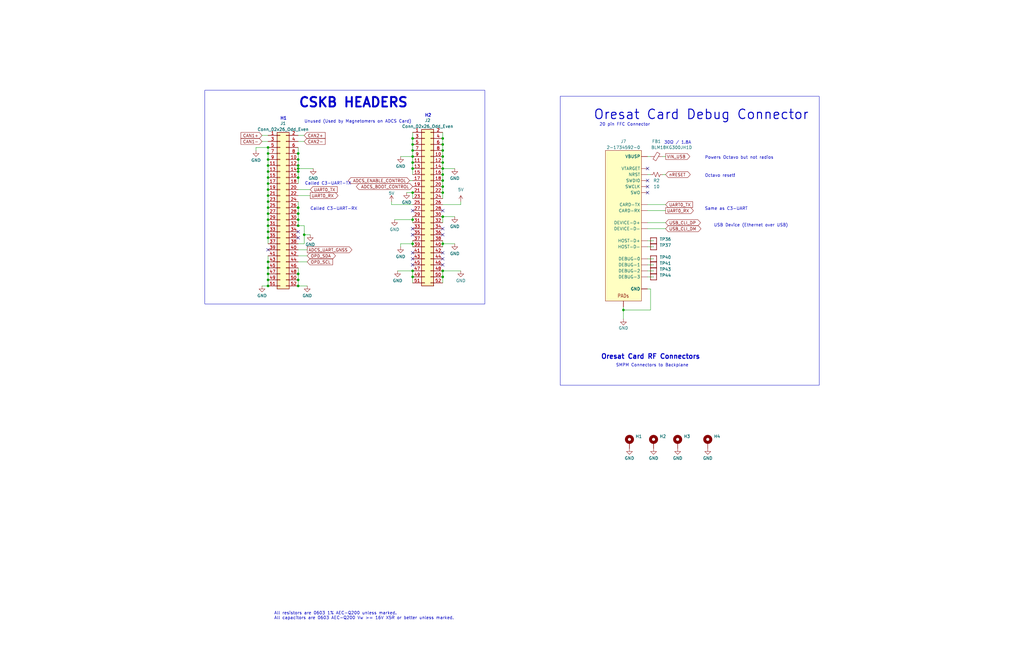
<source format=kicad_sch>
(kicad_sch (version 20231120) (generator "eeschema") (generator_version "8.0")
  (paper "USLedger")
  (title_block (title "OreSat C3: Connectors") (date "2023-05-29") (rev "6.1"))
  (lib_symbols
    (symbol "Connector_Generic:Conn_02x26_Odd_Even" (pin_names (offset 1.016) hide)
      (property "Reference" "J" (at 1.27 33.02 0))
      (property "Value" "Conn_02x26_Odd_Even" (at 1.27 -35.56 0))
      (symbol "Conn_02x26_Odd_Even_1_1"
        (rectangle (start -1.27 -32.893) (end 0 -33.147) (stroke (width 0.1524)))
        (rectangle (start -1.27 -30.353) (end 0 -30.607) (stroke (width 0.1524)))
        (rectangle (start -1.27 -27.813) (end 0 -28.067) (stroke (width 0.1524)))
        (rectangle (start -1.27 -25.273) (end 0 -25.527) (stroke (width 0.1524)))
        (rectangle (start -1.27 -22.733) (end 0 -22.987) (stroke (width 0.1524)))
        (rectangle (start -1.27 -20.193) (end 0 -20.447) (stroke (width 0.1524)))
        (rectangle (start -1.27 -17.653) (end 0 -17.907) (stroke (width 0.1524)))
        (rectangle (start -1.27 -15.113) (end 0 -15.367) (stroke (width 0.1524)))
        (rectangle (start -1.27 -12.573) (end 0 -12.827) (stroke (width 0.1524)))
        (rectangle (start -1.27 -10.033) (end 0 -10.287) (stroke (width 0.1524)))
        (rectangle (start -1.27 -7.493) (end 0 -7.747) (stroke (width 0.1524)))
        (rectangle (start -1.27 -4.953) (end 0 -5.207) (stroke (width 0.1524)))
        (rectangle (start -1.27 -2.413) (end 0 -2.667) (stroke (width 0.1524)))
        (rectangle (start -1.27 0.127) (end 0 -0.127) (stroke (width 0.1524)))
        (rectangle (start -1.27 2.667) (end 0 2.413) (stroke (width 0.1524)))
        (rectangle (start -1.27 5.207) (end 0 4.953) (stroke (width 0.1524)))
        (rectangle (start -1.27 7.747) (end 0 7.493) (stroke (width 0.1524)))
        (rectangle (start -1.27 10.287) (end 0 10.033) (stroke (width 0.1524)))
        (rectangle (start -1.27 12.827) (end 0 12.573) (stroke (width 0.1524)))
        (rectangle (start -1.27 15.367) (end 0 15.113) (stroke (width 0.1524)))
        (rectangle (start -1.27 17.907) (end 0 17.653) (stroke (width 0.1524)))
        (rectangle (start -1.27 20.447) (end 0 20.193) (stroke (width 0.1524)))
        (rectangle (start -1.27 22.987) (end 0 22.733) (stroke (width 0.1524)))
        (rectangle (start -1.27 25.527) (end 0 25.273) (stroke (width 0.1524)))
        (rectangle (start -1.27 28.067) (end 0 27.813) (stroke (width 0.1524)))
        (rectangle (start -1.27 30.607) (end 0 30.353) (stroke (width 0.1524)))
        (rectangle (start -1.27 31.75) (end 3.81 -34.29) (stroke (width 0.254)) (fill (type background)))
        (rectangle (start 3.81 -32.893) (end 2.54 -33.147) (stroke (width 0.1524)))
        (rectangle (start 3.81 -30.353) (end 2.54 -30.607) (stroke (width 0.1524)))
        (rectangle (start 3.81 -27.813) (end 2.54 -28.067) (stroke (width 0.1524)))
        (rectangle (start 3.81 -25.273) (end 2.54 -25.527) (stroke (width 0.1524)))
        (rectangle (start 3.81 -22.733) (end 2.54 -22.987) (stroke (width 0.1524)))
        (rectangle (start 3.81 -20.193) (end 2.54 -20.447) (stroke (width 0.1524)))
        (rectangle (start 3.81 -17.653) (end 2.54 -17.907) (stroke (width 0.1524)))
        (rectangle (start 3.81 -15.113) (end 2.54 -15.367) (stroke (width 0.1524)))
        (rectangle (start 3.81 -12.573) (end 2.54 -12.827) (stroke (width 0.1524)))
        (rectangle (start 3.81 -10.033) (end 2.54 -10.287) (stroke (width 0.1524)))
        (rectangle (start 3.81 -7.493) (end 2.54 -7.747) (stroke (width 0.1524)))
        (rectangle (start 3.81 -4.953) (end 2.54 -5.207) (stroke (width 0.1524)))
        (rectangle (start 3.81 -2.413) (end 2.54 -2.667) (stroke (width 0.1524)))
        (rectangle (start 3.81 0.127) (end 2.54 -0.127) (stroke (width 0.1524)))
        (rectangle (start 3.81 2.667) (end 2.54 2.413) (stroke (width 0.1524)))
        (rectangle (start 3.81 5.207) (end 2.54 4.953) (stroke (width 0.1524)))
        (rectangle (start 3.81 7.747) (end 2.54 7.493) (stroke (width 0.1524)))
        (rectangle (start 3.81 10.287) (end 2.54 10.033) (stroke (width 0.1524)))
        (rectangle (start 3.81 12.827) (end 2.54 12.573) (stroke (width 0.1524)))
        (rectangle (start 3.81 15.367) (end 2.54 15.113) (stroke (width 0.1524)))
        (rectangle (start 3.81 17.907) (end 2.54 17.653) (stroke (width 0.1524)))
        (rectangle (start 3.81 20.447) (end 2.54 20.193) (stroke (width 0.1524)))
        (rectangle (start 3.81 22.987) (end 2.54 22.733) (stroke (width 0.1524)))
        (rectangle (start 3.81 25.527) (end 2.54 25.273) (stroke (width 0.1524)))
        (rectangle (start 3.81 28.067) (end 2.54 27.813) (stroke (width 0.1524)))
        (rectangle (start 3.81 30.607) (end 2.54 30.353) (stroke (width 0.1524)))
        (pin passive line (at -5.08 30.48 0) (length 3.81) (name "Pin_1") (number "1"))
        (pin passive line (at 7.62 20.32 180) (length 3.81) (name "Pin_10") (number "10"))
        (pin passive line (at -5.08 17.78 0) (length 3.81) (name "Pin_11") (number "11"))
        (pin passive line (at 7.62 17.78 180) (length 3.81) (name "Pin_12") (number "12"))
        (pin passive line (at -5.08 15.24 0) (length 3.81) (name "Pin_13") (number "13"))
        (pin passive line (at 7.62 15.24 180) (length 3.81) (name "Pin_14") (number "14"))
        (pin passive line (at -5.08 12.7 0) (length 3.81) (name "Pin_15") (number "15"))
        (pin passive line (at 7.62 12.7 180) (length 3.81) (name "Pin_16") (number "16"))
        (pin passive line (at -5.08 10.16 0) (length 3.81) (name "Pin_17") (number "17"))
        (pin passive line (at 7.62 10.16 180) (length 3.81) (name "Pin_18") (number "18"))
        (pin passive line (at -5.08 7.62 0) (length 3.81) (name "Pin_19") (number "19"))
        (pin passive line (at 7.62 30.48 180) (length 3.81) (name "Pin_2") (number "2"))
        (pin passive line (at 7.62 7.62 180) (length 3.81) (name "Pin_20") (number "20"))
        (pin passive line (at -5.08 5.08 0) (length 3.81) (name "Pin_21") (number "21"))
        (pin passive line (at 7.62 5.08 180) (length 3.81) (name "Pin_22") (number "22"))
        (pin passive line (at -5.08 2.54 0) (length 3.81) (name "Pin_23") (number "23"))
        (pin passive line (at 7.62 2.54 180) (length 3.81) (name "Pin_24") (number "24"))
        (pin passive line (at -5.08 0 0) (length 3.81) (name "Pin_25") (number "25"))
        (pin passive line (at 7.62 0 180) (length 3.81) (name "Pin_26") (number "26"))
        (pin passive line (at -5.08 -2.54 0) (length 3.81) (name "Pin_27") (number "27"))
        (pin passive line (at 7.62 -2.54 180) (length 3.81) (name "Pin_28") (number "28"))
        (pin passive line (at -5.08 -5.08 0) (length 3.81) (name "Pin_29") (number "29"))
        (pin passive line (at -5.08 27.94 0) (length 3.81) (name "Pin_3") (number "3"))
        (pin passive line (at 7.62 -5.08 180) (length 3.81) (name "Pin_30") (number "30"))
        (pin passive line (at -5.08 -7.62 0) (length 3.81) (name "Pin_31") (number "31"))
        (pin passive line (at 7.62 -7.62 180) (length 3.81) (name "Pin_32") (number "32"))
        (pin passive line (at -5.08 -10.16 0) (length 3.81) (name "Pin_33") (number "33"))
        (pin passive line (at 7.62 -10.16 180) (length 3.81) (name "Pin_34") (number "34"))
        (pin passive line (at -5.08 -12.7 0) (length 3.81) (name "Pin_35") (number "35"))
        (pin passive line (at 7.62 -12.7 180) (length 3.81) (name "Pin_36") (number "36"))
        (pin passive line (at -5.08 -15.24 0) (length 3.81) (name "Pin_37") (number "37"))
        (pin passive line (at 7.62 -15.24 180) (length 3.81) (name "Pin_38") (number "38"))
        (pin passive line (at -5.08 -17.78 0) (length 3.81) (name "Pin_39") (number "39"))
        (pin passive line (at 7.62 27.94 180) (length 3.81) (name "Pin_4") (number "4"))
        (pin passive line (at 7.62 -17.78 180) (length 3.81) (name "Pin_40") (number "40"))
        (pin passive line (at -5.08 -20.32 0) (length 3.81) (name "Pin_41") (number "41"))
        (pin passive line (at 7.62 -20.32 180) (length 3.81) (name "Pin_42") (number "42"))
        (pin passive line (at -5.08 -22.86 0) (length 3.81) (name "Pin_43") (number "43"))
        (pin passive line (at 7.62 -22.86 180) (length 3.81) (name "Pin_44") (number "44"))
        (pin passive line (at -5.08 -25.4 0) (length 3.81) (name "Pin_45") (number "45"))
        (pin passive line (at 7.62 -25.4 180) (length 3.81) (name "Pin_46") (number "46"))
        (pin passive line (at -5.08 -27.94 0) (length 3.81) (name "Pin_47") (number "47"))
        (pin passive line (at 7.62 -27.94 180) (length 3.81) (name "Pin_48") (number "48"))
        (pin passive line (at -5.08 -30.48 0) (length 3.81) (name "Pin_49") (number "49"))
        (pin passive line (at -5.08 25.4 0) (length 3.81) (name "Pin_5") (number "5"))
        (pin passive line (at 7.62 -30.48 180) (length 3.81) (name "Pin_50") (number "50"))
        (pin passive line (at -5.08 -33.02 0) (length 3.81) (name "Pin_51") (number "51"))
        (pin passive line (at 7.62 -33.02 180) (length 3.81) (name "Pin_52") (number "52"))
        (pin passive line (at 7.62 25.4 180) (length 3.81) (name "Pin_6") (number "6"))
        (pin passive line (at -5.08 22.86 0) (length 3.81) (name "Pin_7") (number "7"))
        (pin passive line (at 7.62 22.86 180) (length 3.81) (name "Pin_8") (number "8"))
        (pin passive line (at -5.08 20.32 0) (length 3.81) (name "Pin_9") (number "9"))
      )
    )
    (symbol "Device:FerriteBead_Small" (pin_numbers hide) (pin_names (offset 0))
      (property "Reference" "FB" (at 1.905 1.27 0))
      (property "Value" "FerriteBead_Small" (at 1.905 -1.27 0))
      (symbol "FerriteBead_Small_0_1"
        (polyline (pts (xy 0 -1.27) (xy 0 -0.7874)))
        (polyline (pts (xy 0 0.889) (xy 0 1.2954)))
        (polyline (pts (xy -1.8288 0.2794) (xy -1.1176 1.4986) (xy 1.8288 -0.2032) (xy 1.1176 -1.4224) (xy -1.8288 0.2794)))
      )
      (symbol "FerriteBead_Small_1_1"
        (pin passive line (at 0 2.54 270) (length 1.27) (name "~") (number "1"))
        (pin passive line (at 0 -2.54 90) (length 1.27) (name "~") (number "2"))
      )
    )
    (symbol "Device:R_Small_US" (pin_numbers hide) (pin_names (offset 0.254) hide)
      (property "Reference" "R" (at 0.762 0.508 0))
      (property "Value" "R_Small_US" (at 0.762 -1.016 0))
      (symbol "R_Small_US_1_1"
        (polyline (pts (xy 0 0) (xy 1.016 -0.381) (xy 0 -0.762) (xy -1.016 -1.143) (xy 0 -1.524)))
        (polyline (pts (xy 0 1.524) (xy 1.016 1.143) (xy 0 0.762) (xy -1.016 0.381) (xy 0 0)))
        (pin passive line (at 0 2.54 270) (length 1.016) (name "~") (number "1"))
        (pin passive line (at 0 -2.54 90) (length 1.016) (name "~") (number "2"))
      )
    )
    (symbol "Mechanical:MountingHole_Pad" (pin_numbers hide) (pin_names (offset 1.016) hide)
      (property "Reference" "H" (at 0 6.35 0))
      (property "Value" "MountingHole_Pad" (at 0 4.445 0))
      (symbol "MountingHole_Pad_0_1"
        (circle (center 0 1.27) (radius 1.27) (stroke (width 1.27)))
      )
      (symbol "MountingHole_Pad_1_1"
        (pin input line (at 0 -2.54 90) (length 2.54) (name "1") (number "1"))
      )
    )
    (symbol "oresat-connectors:J-TE-2-1734592-0"
      (property "Reference" "J" (at 0 35.56 0))
      (property "Value" "2-1734592-0" (at 0 33.02 0))
      (symbol "J-TE-2-1734592-0_0_1"
        (rectangle (start -7.62 30.48) (end 7.62 -33.02) (fill (type background)))
      )
      (symbol "J-TE-2-1734592-0_1_0"
        (text "PADs" (at -2.54 -31.75 0) (effects (font (size 1.524 1.2954)) (justify left bottom)))
        (pin passive line (at 10.16 27.94 180) (length 2.54) (name "VBUSP") (number "1"))
        (pin passive line (at 10.16 20.32 180) (length 2.54) (name "NRST") (number "10"))
        (pin passive line (at 10.16 22.86 180) (length 2.54) (name "VTARGET") (number "11"))
        (pin passive line (at 10.16 5.08 180) (length 2.54) (name "CARD-RX") (number "12"))
        (pin passive line (at 10.16 7.62 180) (length 2.54) (name "CARD-TX") (number "13"))
        (pin passive line (at 10.16 17.78 180) (length 2.54) (name "SWDIO") (number "14"))
        (pin passive line (at 10.16 15.24 180) (length 2.54) (name "SWCLK") (number "15"))
        (pin passive line (at 10.16 12.7 180) (length 2.54) (name "SWO") (number "16"))
        (pin passive line (at 10.16 -15.24 180) (length 2.54) (name "DEBUG-0") (number "17"))
        (pin passive line (at 10.16 -17.78 180) (length 2.54) (name "DEBUG-1") (number "18"))
        (pin passive line (at 10.16 -20.32 180) (length 2.54) (name "DEBUG-2") (number "19"))
        (pin passive line (at 10.16 27.94 180) (length 2.54) (name "VBUSP") (number "2"))
        (pin passive line (at 10.16 -22.86 180) (length 2.54) (name "DEBUG-3") (number "20"))
        (pin passive line (at 10.16 -27.94 180) (length 2.54) (name "GND") (number "3"))
        (pin passive line (at 10.16 0 180) (length 2.54) (name "DEVICE-D+") (number "4"))
        (pin passive line (at 10.16 -2.54 180) (length 2.54) (name "DEVICE-D-") (number "5"))
        (pin passive line (at 10.16 -27.94 180) (length 2.54) (name "GND") (number "6"))
        (pin passive line (at 10.16 -7.62 180) (length 2.54) (name "HOST-D+") (number "7"))
        (pin passive line (at 10.16 -10.16 180) (length 2.54) (name "HOST-D-") (number "8"))
        (pin passive line (at 10.16 -27.94 180) (length 2.54) (name "GND") (number "9"))
        (pin passive line (at 0 -35.56 90) (length 2.54) (name "PAD") (number "PAD1"))
        (pin passive line (at 0 -35.56 90) (length 2.54) (name "PAD") (number "PAD2"))
      )
    )
    (symbol "oresat-misc:Test-Point-1mm-round"
      (property "Reference" "TP" (at 0 2.54 0))
      (symbol "Test-Point-1mm-round_1_0"
        (polyline (pts (xy -1.27 -1.27) (xy -1.27 1.27)) (stroke (width 0.254)))
        (polyline (pts (xy -1.27 1.27) (xy 1.27 1.27)) (stroke (width 0.254)))
        (polyline (pts (xy 1.27 -1.27) (xy -1.27 -1.27)) (stroke (width 0.254)))
        (polyline (pts (xy 1.27 1.27) (xy 1.27 -1.27)) (stroke (width 0.254)))
        (pin passive line (at 0 0 0) (length 0) (name "1") (number "1"))
      )
    )
    (symbol "oresat-power:5V" (power) (pin_names (offset 0))
      (property "Value" "5V" (at 0 3.556 0))
      (symbol "5V_0_1"
        (polyline (pts (xy -0.762 1.27) (xy 0 2.54)))
        (polyline (pts (xy 0 0) (xy 0 2.54)))
        (polyline (pts (xy 0 2.54) (xy 0.762 1.27)))
      )
      (symbol "5V_1_1"
        (pin power_in line (at 0 0 90) (length 0) hide (name "5V") (number "1"))
      )
    )
    (symbol "power:GND" (power) (pin_names (offset 0))
      (property "Value" "GND" (at 0 -3.81 0))
      (symbol "GND_0_1"
        (polyline (pts (xy 0 0) (xy 0 -1.27) (xy 1.27 -1.27) (xy 0 -2.54) (xy -1.27 -1.27) (xy 0 -1.27)))
      )
      (symbol "GND_1_1"
        (pin power_in line (at 0 0 270) (length 0) hide (name "GND") (number "1"))
      )
    )
  )
  (junction (at 125.73 120.65))
  (junction (at 125.73 90.17))
  (junction (at 186.69 60.96))
  (junction (at 113.03 92.71))
  (junction (at 113.03 62.23))
  (junction (at 173.99 102.87))
  (junction (at 113.03 118.11))
  (junction (at 125.73 72.39))
  (junction (at 113.03 82.55))
  (junction (at 113.03 64.77))
  (junction (at 125.73 115.57))
  (junction (at 128.27 99.06))
  (junction (at 113.03 110.49))
  (junction (at 262.89 130.81))
  (junction (at 173.99 81.28))
  (junction (at 173.99 63.5))
  (junction (at 186.69 66.04))
  (junction (at 173.99 92.71))
  (junction (at 186.69 91.44))
  (junction (at 173.99 68.58))
  (junction (at 186.69 71.12))
  (junction (at 173.99 66.04))
  (junction (at 113.03 97.79))
  (junction (at 125.73 64.77))
  (junction (at 113.03 69.85))
  (junction (at 113.03 80.01))
  (junction (at 186.69 102.87))
  (junction (at 113.03 100.33))
  (junction (at 125.73 87.63))
  (junction (at 125.73 71.12))
  (junction (at 173.99 60.96))
  (junction (at 125.73 74.93))
  (junction (at 186.69 81.28))
  (junction (at 113.03 113.03))
  (junction (at 173.99 58.42))
  (junction (at 173.99 114.3))
  (junction (at 186.69 68.58))
  (junction (at 186.69 58.42))
  (junction (at 113.03 77.47))
  (junction (at 125.73 67.31))
  (junction (at 186.69 63.5))
  (junction (at 113.03 120.65))
  (junction (at 113.03 115.57))
  (junction (at 113.03 95.25))
  (junction (at 113.03 74.93))
  (junction (at 113.03 72.39))
  (junction (at 186.69 78.74))
  (junction (at 186.69 73.66))
  (junction (at 125.73 69.85))
  (junction (at 125.73 92.71))
  (junction (at 113.03 90.17))
  (junction (at 186.69 76.2))
  (junction (at 186.69 116.84))
  (junction (at 125.73 95.25))
  (junction (at 113.03 85.09))
  (junction (at 113.03 87.63))
  (junction (at 186.69 114.3))
  (junction (at 173.99 71.12))
  (junction (at 125.73 118.11))
  (junction (at 113.03 67.31))
  (junction (at 173.99 116.84))
  (no_connect (at 186.69 106.68))
  (no_connect (at 173.99 88.9))
  (no_connect (at 273.05 71.12))
  (no_connect (at 173.99 96.52))
  (no_connect (at 273.05 81.28))
  (no_connect (at 173.99 106.68))
  (no_connect (at 186.69 99.06))
  (no_connect (at 125.73 100.33))
  (no_connect (at 273.05 78.74))
  (no_connect (at 186.69 88.9))
  (no_connect (at 173.99 111.76))
  (no_connect (at 173.99 99.06))
  (no_connect (at 186.69 96.52))
  (no_connect (at 113.03 105.41))
  (no_connect (at 186.69 109.22))
  (no_connect (at 273.05 76.2))
  (no_connect (at 186.69 111.76))
  (no_connect (at 125.73 97.79))
  (no_connect (at 173.99 109.22))
  (wire (pts (xy 194.31 85.09) (xy 194.31 86.36)))
  (wire (pts (xy 113.03 64.77) (xy 113.03 67.31)))
  (wire (pts (xy 125.73 72.39) (xy 125.73 74.93)))
  (wire (pts (xy 173.99 91.44) (xy 173.99 92.71)))
  (wire (pts (xy 273.05 109.22) (xy 275.59 109.22)))
  (wire (pts (xy 110.49 120.65) (xy 113.03 120.65)))
  (wire (pts (xy 186.69 91.44) (xy 191.77 91.44)))
  (wire (pts (xy 125.73 118.11) (xy 125.73 120.65)))
  (wire (pts (xy 107.95 62.23) (xy 107.95 63.5)))
  (wire (pts (xy 186.69 102.87) (xy 186.69 104.14)))
  (wire (pts (xy 125.73 59.69) (xy 128.27 59.69)))
  (wire (pts (xy 113.03 120.65) (xy 113.03 118.11)))
  (wire (pts (xy 125.73 74.93) (xy 125.73 77.47)))
  (wire (pts (xy 186.69 63.5) (xy 186.69 66.04)))
  (wire (pts (xy 186.69 68.58) (xy 186.69 71.12)))
  (wire (pts (xy 273.05 104.14) (xy 275.59 104.14)))
  (wire (pts (xy 113.03 62.23) (xy 107.95 62.23)))
  (wire (pts (xy 186.69 114.3) (xy 194.31 114.3)))
  (wire (pts (xy 113.03 82.55) (xy 113.03 85.09)))
  (wire (pts (xy 186.69 78.74) (xy 186.69 81.28)))
  (wire (pts (xy 275.59 101.6) (xy 273.05 101.6)))
  (wire (pts (xy 173.99 102.87) (xy 173.99 104.14)))
  (wire (pts (xy 113.03 110.49) (xy 113.03 113.03)))
  (wire (pts (xy 173.99 86.36) (xy 165.1 86.36)))
  (wire (pts (xy 128.27 99.06) (xy 130.81 99.06)))
  (wire (pts (xy 113.03 97.79) (xy 113.03 100.33)))
  (wire (pts (xy 280.67 86.36) (xy 273.05 86.36)))
  (wire (pts (xy 168.91 66.04) (xy 173.99 66.04)))
  (wire (pts (xy 273.05 116.84) (xy 275.59 116.84)))
  (wire (pts (xy 113.03 115.57) (xy 113.03 118.11)))
  (wire (pts (xy 173.99 68.58) (xy 173.99 71.12)))
  (wire (pts (xy 186.69 114.3) (xy 186.69 116.84)))
  (wire (pts (xy 110.49 59.69) (xy 113.03 59.69)))
  (wire (pts (xy 186.69 58.42) (xy 186.69 60.96)))
  (wire (pts (xy 113.03 62.23) (xy 113.03 64.77)))
  (wire (pts (xy 262.89 130.81) (xy 262.89 129.54)))
  (wire (pts (xy 125.73 71.12) (xy 125.73 72.39)))
  (wire (pts (xy 173.99 116.84) (xy 173.99 119.38)))
  (wire (pts (xy 113.03 90.17) (xy 113.03 92.71)))
  (wire (pts (xy 113.03 67.31) (xy 113.03 69.85)))
  (wire (pts (xy 130.81 82.55) (xy 125.73 82.55)))
  (wire (pts (xy 125.73 67.31) (xy 125.73 69.85)))
  (wire (pts (xy 128.27 95.25) (xy 125.73 95.25)))
  (wire (pts (xy 186.69 66.04) (xy 186.69 68.58)))
  (wire (pts (xy 273.05 111.76) (xy 275.59 111.76)))
  (wire (pts (xy 125.73 92.71) (xy 125.73 95.25)))
  (wire (pts (xy 168.91 104.14) (xy 168.91 102.87)))
  (wire (pts (xy 274.32 66.04) (xy 273.05 66.04)))
  (wire (pts (xy 186.69 71.12) (xy 186.69 73.66)))
  (wire (pts (xy 173.99 92.71) (xy 173.99 93.98)))
  (wire (pts (xy 186.69 101.6) (xy 186.69 102.87)))
  (wire (pts (xy 273.05 121.92) (xy 274.32 121.92)))
  (wire (pts (xy 125.73 69.85) (xy 125.73 71.12)))
  (wire (pts (xy 186.69 81.28) (xy 186.69 83.82)))
  (wire (pts (xy 125.73 102.87) (xy 128.27 102.87)))
  (wire (pts (xy 273.05 73.66) (xy 274.32 73.66)))
  (wire (pts (xy 125.73 120.65) (xy 129.54 120.65)))
  (wire (pts (xy 186.69 76.2) (xy 186.69 78.74)))
  (wire (pts (xy 125.73 71.12) (xy 132.08 71.12)))
  (wire (pts (xy 173.99 66.04) (xy 173.99 68.58)))
  (wire (pts (xy 110.49 57.15) (xy 113.03 57.15)))
  (wire (pts (xy 125.73 62.23) (xy 125.73 64.77)))
  (wire (pts (xy 262.89 130.81) (xy 262.89 134.62)))
  (wire (pts (xy 168.91 102.87) (xy 173.99 102.87)))
  (wire (pts (xy 274.32 130.81) (xy 262.89 130.81)))
  (wire (pts (xy 186.69 91.44) (xy 186.69 93.98)))
  (wire (pts (xy 173.99 81.28) (xy 173.99 83.82)))
  (wire (pts (xy 280.67 96.52) (xy 273.05 96.52)))
  (wire (pts (xy 186.69 102.87) (xy 191.77 102.87)))
  (wire (pts (xy 279.4 73.66) (xy 280.67 73.66)))
  (wire (pts (xy 280.67 88.9) (xy 273.05 88.9)))
  (wire (pts (xy 125.73 110.49) (xy 129.54 110.49)))
  (wire (pts (xy 173.99 55.88) (xy 173.99 58.42)))
  (wire (pts (xy 186.69 86.36) (xy 194.31 86.36)))
  (wire (pts (xy 128.27 99.06) (xy 128.27 95.25)))
  (wire (pts (xy 173.99 114.3) (xy 173.99 116.84)))
  (wire (pts (xy 113.03 85.09) (xy 113.03 87.63)))
  (wire (pts (xy 113.03 69.85) (xy 113.03 72.39)))
  (wire (pts (xy 165.1 85.09) (xy 165.1 86.36)))
  (wire (pts (xy 125.73 90.17) (xy 125.73 92.71)))
  (wire (pts (xy 113.03 77.47) (xy 113.03 80.01)))
  (wire (pts (xy 186.69 60.96) (xy 186.69 63.5)))
  (wire (pts (xy 113.03 74.93) (xy 113.03 77.47)))
  (wire (pts (xy 186.69 71.12) (xy 191.77 71.12)))
  (wire (pts (xy 128.27 102.87) (xy 128.27 99.06)))
  (wire (pts (xy 113.03 80.01) (xy 113.03 82.55)))
  (wire (pts (xy 172.72 76.2) (xy 173.99 76.2)))
  (wire (pts (xy 113.03 95.25) (xy 113.03 97.79)))
  (wire (pts (xy 186.69 55.88) (xy 186.69 58.42)))
  (wire (pts (xy 125.73 85.09) (xy 125.73 87.63)))
  (wire (pts (xy 113.03 92.71) (xy 113.03 95.25)))
  (wire (pts (xy 113.03 113.03) (xy 113.03 115.57)))
  (wire (pts (xy 173.99 63.5) (xy 173.99 66.04)))
  (wire (pts (xy 125.73 115.57) (xy 125.73 118.11)))
  (wire (pts (xy 173.99 101.6) (xy 173.99 102.87)))
  (wire (pts (xy 113.03 107.95) (xy 113.03 110.49)))
  (wire (pts (xy 130.81 80.01) (xy 125.73 80.01)))
  (wire (pts (xy 280.67 66.04) (xy 279.4 66.04)))
  (wire (pts (xy 113.03 100.33) (xy 113.03 102.87)))
  (wire (pts (xy 171.45 81.28) (xy 173.99 81.28)))
  (wire (pts (xy 273.05 114.3) (xy 275.59 114.3)))
  (wire (pts (xy 186.69 116.84) (xy 186.69 119.38)))
  (wire (pts (xy 173.99 60.96) (xy 173.99 63.5)))
  (wire (pts (xy 125.73 113.03) (xy 125.73 115.57)))
  (wire (pts (xy 113.03 87.63) (xy 113.03 90.17)))
  (wire (pts (xy 166.37 92.71) (xy 173.99 92.71)))
  (wire (pts (xy 125.73 105.41) (xy 129.54 105.41)))
  (wire (pts (xy 125.73 87.63) (xy 125.73 90.17)))
  (wire (pts (xy 167.64 114.3) (xy 173.99 114.3)))
  (wire (pts (xy 113.03 72.39) (xy 113.03 74.93)))
  (wire (pts (xy 274.32 121.92) (xy 274.32 130.81)))
  (wire (pts (xy 280.67 93.98) (xy 273.05 93.98)))
  (wire (pts (xy 173.99 71.12) (xy 173.99 73.66)))
  (wire (pts (xy 125.73 64.77) (xy 125.73 67.31)))
  (wire (pts (xy 186.69 73.66) (xy 186.69 76.2)))
  (wire (pts (xy 125.73 57.15) (xy 128.27 57.15)))
  (wire (pts (xy 173.99 58.42) (xy 173.99 60.96)))
  (wire (pts (xy 125.73 107.95) (xy 129.54 107.95)))
  (rectangle (start 236.22 40.64) (end 345.44 162.56))
  (rectangle (start 86.36 38.1) (end 204.47 128.27))
  (text "Powers Octavo but not radios" (at 297.18 67.31 0) (effects (font (size 1.27 1.27)) (justify left bottom)))
  (text "H2\n" (at 179.07 49.53 0) (effects (font (size 1.27 1.27) (bold yes)) (justify left bottom)))
  (text "Called C3-UART-TX" (at 128.524 78.232 0) (effects (font (size 1.27 1.27)) (justify left bottom)))
  (text "Unused (Used by Magnetomers on ADCS Card)" (at 128.27 52.07 0) (effects (font (size 1.27 1.27)) (justify left bottom)))
  (text "USB Device (Ethernet over USB)" (at 300.99 95.885 0) (effects (font (size 1.27 1.27)) (justify left bottom)))
  (text "Oresat Card RF Connectors" (at 253.365 151.765 0) (effects (font (size 2 2) (thickness 0.4) (bold yes)) (justify left bottom)))
  (text "Oresat Card Debug Connector" (at 250.19 50.8 0) (effects (font (size 4 4) (thickness 0.4) (bold yes)) (justify left bottom)))
  (text "Called C3-UART-RX" (at 130.81 88.9 0) (effects (font (size 1.27 1.27)) (justify left bottom)))
  (text "Octavo reset!" (at 297.18 74.93 0) (effects (font (size 1.27 1.27)) (justify left bottom)))
  (text "CSKB HEADERS" (at 125.73 45.72 0) (effects (font (size 4 4) (thickness 0.8) (bold yes)) (justify left bottom)))
  (text "SMPM Connectors to Backplane" (at 259.715 154.94 0) (effects (font (size 1.27 1.27)) (justify left bottom)))
  (text "H1" (at 118.11 50.8 0) (effects (font (size 1.27 1.27) (bold yes)) (justify left bottom)))
  (text "30Ω / 1.8A" (at 280.035 60.96 0) (effects (font (size 1.27 1.27)) (justify left bottom)))
  (text "20 pin FFC Connector" (at 252.73 53.34 0) (effects (font (size 1.27 1.27)) (justify left bottom)))
  (text "Same as C3-UART" (at 297.18 88.9 0) (effects (font (size 1.27 1.27)) (justify left bottom)))
  (text "All resistors are 0603 1% AEC-Q200 unless marked.\nAll capacitors are 0603 AEC-Q200 Vw >= 16V X5R or better unless marked." (at 115.57 261.62 0) (effects (font (size 1.27 1.27)) (justify left bottom)))
  (global_label "CAN2-" (shape input) (at 128.27 59.69 0) (property "Intersheetrefs" "${INTERSHEET_REFS}" (at 137.7262 59.69 0) (effects (justify left))))
  (global_label "OPD_SDA" (shape bidirectional) (at 129.54 107.95 0) (property "Intersheetrefs" "${INTERSHEET_REFS}" (at 142.0427 107.95 0) (effects (justify left))))
  (global_label "CAN1+" (shape input) (at 110.49 57.15 180) (property "Intersheetrefs" "${INTERSHEET_REFS}" (at 101.0338 57.15 0) (effects (justify right))))
  (global_label "ADCS_BOOT_CONTROL" (shape bidirectional) (at 173.99 78.74 180) (property "Intersheetrefs" "${INTERSHEET_REFS}" (at 149.6944 78.74 0) (effects (justify right))))
  (global_label "CAN1-" (shape input) (at 110.49 59.69 180) (property "Intersheetrefs" "${INTERSHEET_REFS}" (at 101.0338 59.69 0) (effects (justify right))))
  (global_label "ADCS_ENABLE_CONTROL" (shape bidirectional) (at 172.72 76.2 180) (property "Intersheetrefs" "${INTERSHEET_REFS}" (at 146.3078 76.2 0) (effects (justify right))))
  (global_label "UART0_TX" (shape input) (at 280.67 86.36 0) (property "Intersheetrefs" "${INTERSHEET_REFS}" (at 292.5867 86.36 0) (effects (justify left))))
  (global_label "ADCS_UART_GNSS" (shape output) (at 129.54 105.41 0) (property "Intersheetrefs" "${INTERSHEET_REFS}" (at 148.9747 105.41 0) (effects (justify left))))
  (global_label "UART0_RX" (shape output) (at 280.67 88.9 0) (property "Intersheetrefs" "${INTERSHEET_REFS}" (at 292.8891 88.9 0) (effects (justify left))))
  (global_label "USB_CLI_DP" (shape bidirectional) (at 280.67 93.98 0) (property "Intersheetrefs" "${INTERSHEET_REFS}" (at 295.8752 93.98 0) (effects (justify left))))
  (global_label "VIN_USB" (shape output) (at 280.67 66.04 0) (property "Intersheetrefs" "${INTERSHEET_REFS}" (at 291.3773 66.04 0) (effects (justify left))))
  (global_label "USB_CLI_DM" (shape bidirectional) (at 280.67 96.52 0) (property "Intersheetrefs" "${INTERSHEET_REFS}" (at 296.0566 96.52 0) (effects (justify left))))
  (global_label "CAN2+" (shape input) (at 128.27 57.15 0) (property "Intersheetrefs" "${INTERSHEET_REFS}" (at 137.7262 57.15 0) (effects (justify left))))
  (global_label "nRESET" (shape bidirectional) (at 280.67 73.66 0) (property "Intersheetrefs" "${INTERSHEET_REFS}" (at 291.5812 73.66 0) (effects (justify left))))
  (global_label "UART0_RX" (shape output) (at 130.81 82.55 0) (property "Intersheetrefs" "${INTERSHEET_REFS}" (at 143.0291 82.55 0) (effects (justify left))))
  (global_label "UART0_TX" (shape input) (at 130.81 80.01 0) (property "Intersheetrefs" "${INTERSHEET_REFS}" (at 142.7267 80.01 0) (effects (justify left))))
  (global_label "OPD_SCL" (shape input) (at 129.54 110.49 0) (property "Intersheetrefs" "${INTERSHEET_REFS}" (at 140.8709 110.49 0) (effects (justify left))))
  (symbol (lib_id "power:GND") (at 191.77 71.12 0) (unit 1)
    (property "Reference" "#PWR025" (effects (hide yes)))
    (property "Value" "GND" (at 191.77 75.2555 0))
  )
  (symbol (lib_id "power:GND") (at 265.43 189.23 0) (unit 1)
    (property "Reference" "#PWR018" (effects (hide yes)))
    (property "Value" "GND" (at 265.43 193.3655 0))
  )
  (symbol (lib_id "power:GND") (at 107.95 63.5 0) (unit 1)
    (property "Reference" "#PWR024" (effects (hide yes)))
    (property "Value" "GND" (at 107.95 67.6355 0))
  )
  (symbol (lib_id "Device:FerriteBead_Small") (at 276.86 66.04 90) (unit 1)
    (property "Reference" "FB1" (at 276.8219 59.69 90))
    (property "Value" "BLM18KG300JH1D" (at 283.21 62.23 90))
    (property "Footprint" "Inductor_SMD:L_0603_1608Metric" (effects (hide yes)))
  )
  (symbol (lib_id "oresat-connectors:J-TE-2-1734592-0") (at 262.89 93.98 0) (unit 1)
    (property "Reference" "J7" (at 262.89 59.69 0))
    (property "Value" "2-1734592-0" (at 262.89 62.23 0))
    (property "Footprint" "oresat-connectors:J-TE-2-1734592-0" (effects (hide yes)))
    (property "Datasheet" "https://www.te.com/usa-en/product-2-1734592-0.datasheet.pdf" (effects (hide yes)))
  )
  (symbol (lib_id "oresat-power:5V") (at 165.1 85.09 0) (unit 1)
    (property "Reference" "#5V01" (effects (hide yes)))
    (property "Value" "5V" (at 165.1 81.534 0))
  )
  (symbol (lib_id "power:GND") (at 191.77 102.87 0) (unit 1)
    (property "Reference" "#PWR021" (effects (hide yes)))
    (property "Value" "GND" (at 191.77 107.0055 0))
  )
  (symbol (lib_id "Mechanical:MountingHole_Pad") (at 298.45 186.69 0) (unit 1)
    (property "Reference" "H4" (at 300.99 184.15 0) (effects (justify left)))
    (property "Value" "MountingHole_Pad" (effects (hide yes)))
    (property "Footprint" "MountingHole:MountingHole_3.2mm_M3_ISO7380_Pad" (effects (hide yes)))
  )
  (symbol (lib_id "oresat-misc:Test-Point-1mm-round") (at 275.59 109.22 270) (unit 1)
    (property "Reference" "TP40" (at 278.13 108.585 90) (effects (justify left)))
    (property "Value" "Test-Point" (effects (hide yes)))
    (property "Footprint" "oresat-misc:TestPoint_Pad_D1.0mm" (effects (hide yes)))
  )
  (symbol (lib_id "power:GND") (at 132.08 71.12 0) (unit 1)
    (property "Reference" "#PWR011" (effects (hide yes)))
    (property "Value" "GND" (at 132.08 75.2555 0))
  )
  (symbol (lib_id "oresat-misc:Test-Point-1mm-round") (at 275.59 101.6 270) (unit 1)
    (property "Reference" "TP36" (at 278.13 100.965 90) (effects (justify left)))
    (property "Value" "Test-Point" (effects (hide yes)))
    (property "Footprint" "oresat-misc:TestPoint_Pad_D1.0mm" (effects (hide yes)))
  )
  (symbol (lib_id "Mechanical:MountingHole_Pad") (at 285.75 186.69 0) (unit 1)
    (property "Reference" "H3" (at 288.29 184.15 0) (effects (justify left)))
    (property "Value" "MountingHole_Pad" (effects (hide yes)))
    (property "Footprint" "MountingHole:MountingHole_3.2mm_M3_ISO7380_Pad" (effects (hide yes)))
  )
  (symbol (lib_id "Connector_Generic:Conn_02x26_Odd_Even") (at 179.07 86.36 0) (unit 1)
    (property "Reference" "J2" (at 180.34 50.8 0))
    (property "Value" "Conn_02x26_Odd_Even" (at 180.34 53.34 0))
    (property "Footprint" "Connector_PinSocket_2.54mm:PinSocket_2x26_P2.54mm_Vertical" (effects (hide yes)))
  )
  (symbol (lib_id "oresat-power:5V") (at 194.31 85.09 0) (unit 1)
    (property "Reference" "#5V02" (effects (hide yes)))
    (property "Value" "5V" (at 194.31 80.01 0))
  )
  (symbol (lib_id "oresat-misc:Test-Point-1mm-round") (at 275.59 104.14 270) (unit 1)
    (property "Reference" "TP37" (at 278.13 103.505 90) (effects (justify left)))
    (property "Value" "Test-Point" (effects (hide yes)))
    (property "Footprint" "oresat-misc:TestPoint_Pad_D1.0mm" (effects (hide yes)))
  )
  (symbol (lib_id "Mechanical:MountingHole_Pad") (at 275.59 186.69 0) (unit 1)
    (property "Reference" "H2" (at 278.13 184.15 0) (effects (justify left)))
    (property "Value" "MountingHole_Pad" (effects (hide yes)))
    (property "Footprint" "MountingHole:MountingHole_3.2mm_M3_ISO7380_Pad" (effects (hide yes)))
  )
  (symbol (lib_id "power:GND") (at 275.59 189.23 0) (unit 1)
    (property "Reference" "#PWR012" (effects (hide yes)))
    (property "Value" "GND" (at 275.59 193.3655 0))
  )
  (symbol (lib_id "power:GND") (at 171.45 81.28 0) (unit 1)
    (property "Reference" "#PWR019" (effects (hide yes)))
    (property "Value" "GND" (at 171.45 85.4155 0))
  )
  (symbol (lib_id "power:GND") (at 166.37 92.71 0) (unit 1)
    (property "Reference" "#PWR022" (effects (hide yes)))
    (property "Value" "GND" (at 166.37 96.8455 0))
  )
  (symbol (lib_id "power:GND") (at 262.89 134.62 0) (unit 1)
    (property "Reference" "#PWR030" (effects (hide yes)))
    (property "Value" "GND" (at 262.89 138.43 0))
  )
  (symbol (lib_id "power:GND") (at 130.81 99.06 0) (unit 1)
    (property "Reference" "#PWR010" (effects (hide yes)))
    (property "Value" "GND" (at 130.81 103.1955 0))
  )
  (symbol (lib_id "power:GND") (at 167.64 114.3 0) (unit 1)
    (property "Reference" "#PWR03" (effects (hide yes)))
    (property "Value" "GND" (at 167.64 118.4355 0))
  )
  (symbol (lib_id "power:GND") (at 191.77 91.44 0) (unit 1)
    (property "Reference" "#PWR026" (effects (hide yes)))
    (property "Value" "GND" (at 191.77 95.5755 0))
  )
  (symbol (lib_id "power:GND") (at 194.31 114.3 0) (unit 1)
    (property "Reference" "#PWR02" (effects (hide yes)))
    (property "Value" "GND" (at 194.31 118.4355 0))
  )
  (symbol (lib_id "power:GND") (at 298.45 189.23 0) (unit 1)
    (property "Reference" "#PWR017" (effects (hide yes)))
    (property "Value" "GND" (at 298.45 193.3655 0))
  )
  (symbol (lib_id "power:GND") (at 285.75 189.23 0) (unit 1)
    (property "Reference" "#PWR016" (effects (hide yes)))
    (property "Value" "GND" (at 285.75 193.3655 0))
  )
  (symbol (lib_id "power:GND") (at 168.91 104.14 0) (unit 1)
    (property "Reference" "#PWR023" (effects (hide yes)))
    (property "Value" "GND" (at 168.91 108.2755 0))
  )
  (symbol (lib_id "oresat-misc:Test-Point-1mm-round") (at 275.59 116.84 270) (unit 1)
    (property "Reference" "TP44" (at 278.13 116.205 90) (effects (justify left)))
    (property "Value" "Test-Point" (effects (hide yes)))
    (property "Footprint" "oresat-misc:TestPoint_Pad_D1.0mm" (effects (hide yes)))
  )
  (symbol (lib_id "power:GND") (at 110.49 120.65 0) (unit 1)
    (property "Reference" "#PWR08" (effects (hide yes)))
    (property "Value" "GND" (at 110.49 124.7855 0))
  )
  (symbol (lib_id "oresat-misc:Test-Point-1mm-round") (at 275.59 114.3 270) (unit 1)
    (property "Reference" "TP43" (at 278.13 113.665 90) (effects (justify left)))
    (property "Value" "Test-Point" (effects (hide yes)))
    (property "Footprint" "oresat-misc:TestPoint_Pad_D1.0mm" (effects (hide yes)))
  )
  (symbol (lib_id "Device:R_Small_US") (at 276.86 73.66 90) (unit 1)
    (property "Reference" "R2" (at 276.86 76.2 90))
    (property "Value" "10" (at 276.86 78.74 90))
    (property "Footprint" "Resistor_SMD:R_0603_1608Metric" (effects (hide yes)))
  )
  (symbol (lib_id "oresat-misc:Test-Point-1mm-round") (at 275.59 111.76 270) (unit 1)
    (property "Reference" "TP41" (at 278.13 111.125 90) (effects (justify left)))
    (property "Value" "Test-Point" (effects (hide yes)))
    (property "Footprint" "oresat-misc:TestPoint_Pad_D1.0mm" (effects (hide yes)))
  )
  (symbol (lib_id "power:GND") (at 168.91 66.04 0) (unit 1)
    (property "Reference" "#PWR020" (effects (hide yes)))
    (property "Value" "GND" (at 168.91 70.1755 0))
  )
  (symbol (lib_id "power:GND") (at 129.54 120.65 0) (unit 1)
    (property "Reference" "#PWR09" (effects (hide yes)))
    (property "Value" "GND" (at 129.54 124.7855 0))
  )
  (symbol (lib_id "Connector_Generic:Conn_02x26_Odd_Even") (at 118.11 87.63 0) (unit 1)
    (property "Reference" "J1" (at 119.38 52.07 0))
    (property "Value" "Conn_02x26_Odd_Even" (at 119.38 54.61 0))
    (property "Footprint" "Connector_PinSocket_2.54mm:PinSocket_2x26_P2.54mm_Vertical" (effects (hide yes)))
  )
  (symbol (lib_id "Mechanical:MountingHole_Pad") (at 265.43 186.69 0) (unit 1)
    (property "Reference" "H1" (at 267.97 184.15 0) (effects (justify left)))
    (property "Value" "MountingHole_Pad" (effects (hide yes)))
    (property "Footprint" "MountingHole:MountingHole_3.2mm_M3_ISO7380_Pad" (effects (hide yes)))
  )
)
</source>
